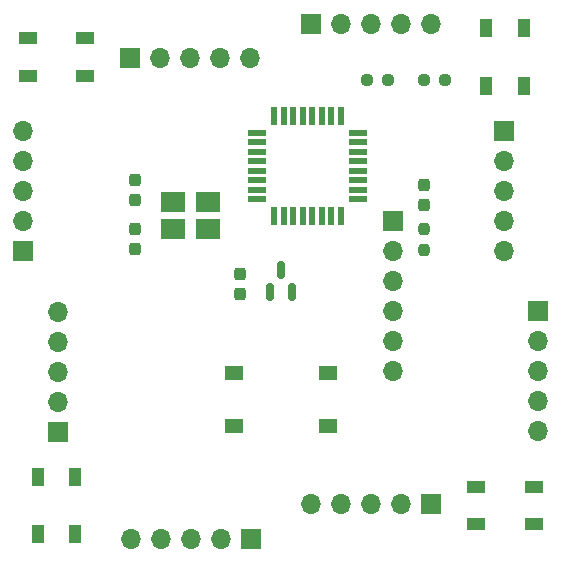
<source format=gts>
G04 #@! TF.GenerationSoftware,KiCad,Pcbnew,7.0.2-6a45011f42~172~ubuntu22.04.1*
G04 #@! TF.CreationDate,2023-05-08T10:08:59-04:00*
G04 #@! TF.ProjectId,v2,76322e6b-6963-4616-945f-706362585858,rev?*
G04 #@! TF.SameCoordinates,Original*
G04 #@! TF.FileFunction,Soldermask,Top*
G04 #@! TF.FilePolarity,Negative*
%FSLAX46Y46*%
G04 Gerber Fmt 4.6, Leading zero omitted, Abs format (unit mm)*
G04 Created by KiCad (PCBNEW 7.0.2-6a45011f42~172~ubuntu22.04.1) date 2023-05-08 10:08:59*
%MOMM*%
%LPD*%
G01*
G04 APERTURE LIST*
G04 Aperture macros list*
%AMRoundRect*
0 Rectangle with rounded corners*
0 $1 Rounding radius*
0 $2 $3 $4 $5 $6 $7 $8 $9 X,Y pos of 4 corners*
0 Add a 4 corners polygon primitive as box body*
4,1,4,$2,$3,$4,$5,$6,$7,$8,$9,$2,$3,0*
0 Add four circle primitives for the rounded corners*
1,1,$1+$1,$2,$3*
1,1,$1+$1,$4,$5*
1,1,$1+$1,$6,$7*
1,1,$1+$1,$8,$9*
0 Add four rect primitives between the rounded corners*
20,1,$1+$1,$2,$3,$4,$5,0*
20,1,$1+$1,$4,$5,$6,$7,0*
20,1,$1+$1,$6,$7,$8,$9,0*
20,1,$1+$1,$8,$9,$2,$3,0*%
G04 Aperture macros list end*
%ADD10RoundRect,0.237500X0.237500X-0.250000X0.237500X0.250000X-0.237500X0.250000X-0.237500X-0.250000X0*%
%ADD11RoundRect,0.237500X-0.237500X0.287500X-0.237500X-0.287500X0.237500X-0.287500X0.237500X0.287500X0*%
%ADD12RoundRect,0.237500X0.237500X-0.300000X0.237500X0.300000X-0.237500X0.300000X-0.237500X-0.300000X0*%
%ADD13RoundRect,0.150000X0.150000X-0.587500X0.150000X0.587500X-0.150000X0.587500X-0.150000X-0.587500X0*%
%ADD14R,1.550000X1.300000*%
%ADD15R,2.100000X1.800000*%
%ADD16R,1.500000X1.000000*%
%ADD17RoundRect,0.237500X-0.250000X-0.237500X0.250000X-0.237500X0.250000X0.237500X-0.250000X0.237500X0*%
%ADD18O,1.700000X1.700000*%
%ADD19R,1.700000X1.700000*%
%ADD20R,1.600000X0.550000*%
%ADD21R,0.550000X1.600000*%
%ADD22R,1.000000X1.500000*%
%ADD23RoundRect,0.237500X-0.237500X0.300000X-0.237500X-0.300000X0.237500X-0.300000X0.237500X0.300000X0*%
G04 APERTURE END LIST*
D10*
X112100000Y-97400000D03*
X112100000Y-95575000D03*
D11*
X112100000Y-93575000D03*
X112100000Y-91825000D03*
D12*
X96500000Y-101125000D03*
X96500000Y-99400000D03*
D13*
X99050000Y-100937500D03*
X100950000Y-100937500D03*
X100000000Y-99062500D03*
D14*
X96020000Y-107750000D03*
X103980000Y-107750000D03*
X96020000Y-112250000D03*
X103980000Y-112250000D03*
D15*
X93800000Y-93300000D03*
X90900000Y-93300000D03*
X90900000Y-95600000D03*
X93800000Y-95600000D03*
D16*
X78550000Y-79400000D03*
X78550000Y-82600000D03*
X83450000Y-82600000D03*
X83450000Y-79400000D03*
D17*
X107250000Y-83000000D03*
X109075000Y-83000000D03*
D18*
X87300000Y-121800000D03*
X89840000Y-121800000D03*
X92380000Y-121800000D03*
X94920000Y-121800000D03*
D19*
X97460000Y-121800000D03*
D20*
X98000000Y-87450000D03*
X98000000Y-88250000D03*
X98000000Y-89050000D03*
X98000000Y-89850000D03*
X98000000Y-90650000D03*
X98000000Y-91450000D03*
X98000000Y-92250000D03*
X98000000Y-93050000D03*
D21*
X99450000Y-94500000D03*
X100250000Y-94500000D03*
X101050000Y-94500000D03*
X101850000Y-94500000D03*
X102650000Y-94500000D03*
X103450000Y-94500000D03*
X104250000Y-94500000D03*
X105050000Y-94500000D03*
D20*
X106500000Y-93050000D03*
X106500000Y-92250000D03*
X106500000Y-91450000D03*
X106500000Y-90650000D03*
X106500000Y-89850000D03*
X106500000Y-89050000D03*
X106500000Y-88250000D03*
X106500000Y-87450000D03*
D21*
X105050000Y-86000000D03*
X104250000Y-86000000D03*
X103450000Y-86000000D03*
X102650000Y-86000000D03*
X101850000Y-86000000D03*
X101050000Y-86000000D03*
X100250000Y-86000000D03*
X99450000Y-86000000D03*
D18*
X109500000Y-107600000D03*
X109500000Y-105060000D03*
X109500000Y-102520000D03*
X109500000Y-99980000D03*
X109500000Y-97440000D03*
D19*
X109500000Y-94900000D03*
D22*
X120600000Y-78550000D03*
X117400000Y-78550000D03*
X117400000Y-83450000D03*
X120600000Y-83450000D03*
D19*
X102540000Y-78200000D03*
D18*
X105080000Y-78200000D03*
X107620000Y-78200000D03*
X110160000Y-78200000D03*
X112700000Y-78200000D03*
D23*
X87650000Y-91400000D03*
X87650000Y-93125000D03*
D18*
X121800000Y-112700000D03*
X121800000Y-110160000D03*
X121800000Y-107620000D03*
X121800000Y-105080000D03*
D19*
X121800000Y-102540000D03*
X81100000Y-112740000D03*
D18*
X81100000Y-110200000D03*
X81100000Y-107660000D03*
X81100000Y-105120000D03*
X81100000Y-102580000D03*
D17*
X112087500Y-83000000D03*
X113912500Y-83000000D03*
D16*
X121450000Y-120600000D03*
X121450000Y-117400000D03*
X116550000Y-117400000D03*
X116550000Y-120600000D03*
D22*
X79400000Y-121450000D03*
X82600000Y-121450000D03*
X82600000Y-116550000D03*
X79400000Y-116550000D03*
D19*
X118900000Y-87260000D03*
D18*
X118900000Y-89800000D03*
X118900000Y-92340000D03*
X118900000Y-94880000D03*
X118900000Y-97420000D03*
X78200000Y-87300000D03*
X78200000Y-89840000D03*
X78200000Y-92380000D03*
X78200000Y-94920000D03*
D19*
X78200000Y-97460000D03*
X87260000Y-81100000D03*
D18*
X89800000Y-81100000D03*
X92340000Y-81100000D03*
X94880000Y-81100000D03*
X97420000Y-81100000D03*
X102580000Y-118900000D03*
X105120000Y-118900000D03*
X107660000Y-118900000D03*
X110200000Y-118900000D03*
D19*
X112740000Y-118900000D03*
D23*
X87650000Y-95587500D03*
X87650000Y-97312500D03*
M02*

</source>
